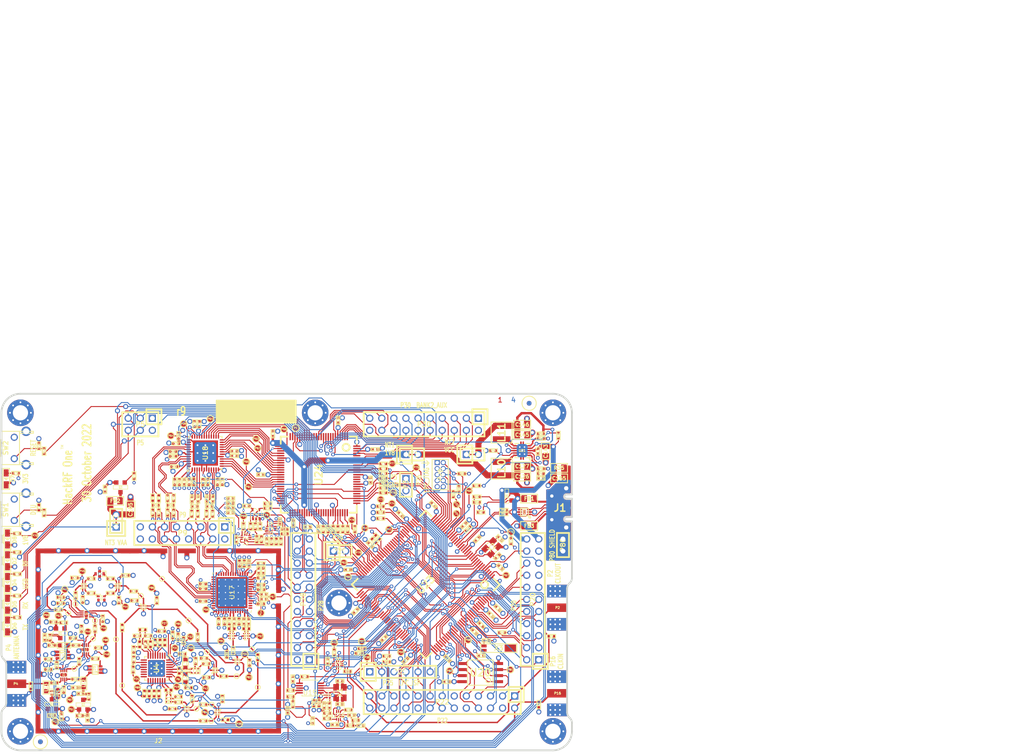
<source format=kicad_pcb>
(kicad_pcb (version 20211014) (generator pcbnew)

  (general
    (thickness 1.6116)
  )

  (paper "USLegal")
  (title_block
    (title "HackRF One")
    (date "2022-10-30")
    (rev "r9")
    (company "Copyright 2012-2022 Great Scott Gadgets")
    (comment 1 "Licensed under the CERN-OHL-P v2")
  )

  (layers
    (0 "F.Cu" signal "C1F")
    (1 "In1.Cu" signal "C2")
    (2 "In2.Cu" signal "C3")
    (31 "B.Cu" signal "C4B")
    (32 "B.Adhes" user "B.Adhesive")
    (33 "F.Adhes" user "F.Adhesive")
    (34 "B.Paste" user)
    (35 "F.Paste" user)
    (36 "B.SilkS" user "B.Silkscreen")
    (37 "F.SilkS" user "F.Silkscreen")
    (38 "B.Mask" user)
    (39 "F.Mask" user)
    (41 "Cmts.User" user "User.Comments")
    (44 "Edge.Cuts" user)
    (45 "Margin" user)
    (46 "B.CrtYd" user "B.Courtyard")
    (47 "F.CrtYd" user "F.Courtyard")
    (49 "F.Fab" user)
  )

  (setup
    (stackup
      (layer "F.SilkS" (type "Top Silk Screen") (color "White"))
      (layer "F.Paste" (type "Top Solder Paste"))
      (layer "F.Mask" (type "Top Solder Mask") (color "Green") (thickness 0.0127) (material "LPI") (epsilon_r 3.8) (loss_tangent 0))
      (layer "F.Cu" (type "copper") (thickness 0.035))
      (layer "dielectric 1" (type "prepreg") (thickness 0.2104) (material "7628") (epsilon_r 4.6) (loss_tangent 0))
      (layer "In1.Cu" (type "copper") (thickness 0.0152))
      (layer "dielectric 2" (type "core") (thickness 1.065) (material "7628") (epsilon_r 4.6) (loss_tangent 0))
      (layer "In2.Cu" (type "copper") (thickness 0.0152))
      (layer "dielectric 3" (type "prepreg") (thickness 0.2104) (material "7628") (epsilon_r 4.6) (loss_tangent 0))
      (layer "B.Cu" (type "copper") (thickness 0.035))
      (layer "B.Mask" (type "Bottom Solder Mask") (color "Green") (thickness 0.0127) (material "LPI") (epsilon_r 3.8) (loss_tangent 0))
      (layer "B.Paste" (type "Bottom Solder Paste"))
      (layer "B.SilkS" (type "Bottom Silk Screen") (color "White"))
      (copper_finish "ENIG")
      (dielectric_constraints yes)
    )
    (pad_to_mask_clearance 0.05)
    (pad_to_paste_clearance_ratio -0.12)
    (pcbplotparams
      (layerselection 0x00010e8_ffffffff)
      (disableapertmacros false)
      (usegerberextensions true)
      (usegerberattributes false)
      (usegerberadvancedattributes true)
      (creategerberjobfile false)
      (svguseinch false)
      (svgprecision 6)
      (excludeedgelayer true)
      (plotframeref false)
      (viasonmask false)
      (mode 1)
      (useauxorigin false)
      (hpglpennumber 1)
      (hpglpenspeed 20)
      (hpglpendiameter 15.000000)
      (dxfpolygonmode true)
      (dxfimperialunits true)
      (dxfusepcbnewfont true)
      (psnegative false)
      (psa4output false)
      (plotreference false)
      (plotvalue false)
      (plotinvisibletext false)
      (sketchpadsonfab false)
      (subtractmaskfromsilk false)
      (outputformat 1)
      (mirror false)
      (drillshape 0)
      (scaleselection 1)
      (outputdirectory "gerbers")
    )
  )

  (net 0 "")
  (net 1 "!MIX_BYPASS")
  (net 2 "!RX_AMP_PWR")
  (net 3 "!TX_AMP_PWR")
  (net 4 "!VAA_ENABLE")
  (net 5 "/Front End/RX_AMP_OUT")
  (net 6 "/Front End/RX_AMP_IN")
  (net 7 "/Front End/TX_AMP_IN")
  (net 8 "/Front End/TX_AMP_OUT")
  (net 9 "/Front End/REF_IN")
  (net 10 "/Baseband/TXBBQ-")
  (net 11 "/Baseband/TXBBQ+")
  (net 12 "/Baseband/TXBBI+")
  (net 13 "/Baseband/TXBBI-")
  (net 14 "/Baseband/COM")
  (net 15 "/Baseband/REFN")
  (net 16 "/Baseband/REFP")
  (net 17 "/Baseband/IA+")
  (net 18 "/Baseband/IA-")
  (net 19 "/Baseband/QA-")
  (net 20 "/Baseband/QA+")
  (net 21 "/Baseband/CPOUT-")
  (net 22 "/Baseband/CPOUT+")
  (net 23 "XCVR_CLK")
  (net 24 "/Baseband/XTAL2")
  (net 25 "/Microcontroller, CPLD, USB, Power/RTCX1")
  (net 26 "/Microcontroller, CPLD, USB, Power/REG_OUT2")
  (net 27 "/Microcontroller, CPLD, USB, Power/VBAT")
  (net 28 "/Microcontroller, CPLD, USB, Power/VIN")
  (net 29 "/Microcontroller, CPLD, USB, Power/REG_OUT1")
  (net 30 "/Microcontroller, CPLD, USB, Power/USB_SHIELD")
  (net 31 "/Microcontroller, CPLD, USB, Power/XTAL1")
  (net 32 "/Microcontroller, CPLD, USB, Power/XTAL2")
  (net 33 "/Microcontroller, CPLD, USB, Power/RTCX2")
  (net 34 "/Clock/XB")
  (net 35 "/Clock/XA")
  (net 36 "/Microcontroller, CPLD, USB, Power/VBUS")
  (net 37 "/Microcontroller, CPLD, USB, Power/LED1")
  (net 38 "/Microcontroller, CPLD, USB, Power/LED2")
  (net 39 "/Microcontroller, CPLD, USB, Power/LED3")
  (net 40 "/Baseband/RXBBQ-")
  (net 41 "/Baseband/RXBBI-")
  (net 42 "/Baseband/RXBBQ+")
  (net 43 "/Baseband/RXBBI+")
  (net 44 "!ANT_BIAS")
  (net 45 "/Baseband/XCVR_CLKOUT")
  (net 46 "/Microcontroller, CPLD, USB, Power/RTC_ALARM")
  (net 47 "/Microcontroller, CPLD, USB, Power/WAKEUP")
  (net 48 "/Microcontroller, CPLD, USB, Power/GPIO3_8")
  (net 49 "/Microcontroller, CPLD, USB, Power/GPIO3_9")
  (net 50 "/Microcontroller, CPLD, USB, Power/GPIO3_10")
  (net 51 "/Microcontroller, CPLD, USB, Power/GPIO3_11")
  (net 52 "/Microcontroller, CPLD, USB, Power/GPIO3_12")
  (net 53 "/Microcontroller, CPLD, USB, Power/GPIO3_13")
  (net 54 "/Microcontroller, CPLD, USB, Power/GPIO3_14")
  (net 55 "/Microcontroller, CPLD, USB, Power/GPIO3_15")
  (net 56 "/Microcontroller, CPLD, USB, Power/ADC0_6")
  (net 57 "/Microcontroller, CPLD, USB, Power/ADC0_2")
  (net 58 "/Microcontroller, CPLD, USB, Power/VBUSCTRL")
  (net 59 "/Microcontroller, CPLD, USB, Power/ADC0_5")
  (net 60 "/Microcontroller, CPLD, USB, Power/ADC0_0")
  (net 61 "/Microcontroller, CPLD, USB, Power/RESET")
  (net 62 "/Microcontroller, CPLD, USB, Power/I2C1_SCL")
  (net 63 "/Microcontroller, CPLD, USB, Power/I2C1_SDA")
  (net 64 "/Microcontroller, CPLD, USB, Power/SPIFI_CIPO")
  (net 65 "/Microcontroller, CPLD, USB, Power/SPIFI_SCK")
  (net 66 "/Microcontroller, CPLD, USB, Power/SPIFI_COPI")
  (net 67 "/Microcontroller, CPLD, USB, Power/I2S0_RX_SCK")
  (net 68 "/Microcontroller, CPLD, USB, Power/I2S0_RX_SDA")
  (net 69 "/Microcontroller, CPLD, USB, Power/I2S0_RX_MCLK")
  (net 70 "/Microcontroller, CPLD, USB, Power/I2S0_RX_WS")
  (net 71 "/Microcontroller, CPLD, USB, Power/I2S0_TX_SCK")
  (net 72 "/Microcontroller, CPLD, USB, Power/I2S0_TX_MCLK")
  (net 73 "/Microcontroller, CPLD, USB, Power/U0_RXD")
  (net 74 "/Microcontroller, CPLD, USB, Power/U0_TXD")
  (net 75 "/Microcontroller, CPLD, USB, Power/P2_9")
  (net 76 "/Microcontroller, CPLD, USB, Power/P2_13")
  (net 77 "/Microcontroller, CPLD, USB, Power/P2_8")
  (net 78 "/Microcontroller, CPLD, USB, Power/DBGEN")
  (net 79 "/Microcontroller, CPLD, USB, Power/TMS")
  (net 80 "/Microcontroller, CPLD, USB, Power/TCK")
  (net 81 "/Microcontroller, CPLD, USB, Power/TDO")
  (net 82 "/Microcontroller, CPLD, USB, Power/TDI")
  (net 83 "/Microcontroller, CPLD, USB, Power/SD_CD")
  (net 84 "/Microcontroller, CPLD, USB, Power/SD_DAT3")
  (net 85 "/Microcontroller, CPLD, USB, Power/SD_DAT2")
  (net 86 "/Microcontroller, CPLD, USB, Power/SD_DAT1")
  (net 87 "/Microcontroller, CPLD, USB, Power/SD_DAT0")
  (net 88 "/Microcontroller, CPLD, USB, Power/SD_VOLT0")
  (net 89 "/Microcontroller, CPLD, USB, Power/SD_CMD")
  (net 90 "/Microcontroller, CPLD, USB, Power/SD_POW")
  (net 91 "/Microcontroller, CPLD, USB, Power/SD_CLK")
  (net 92 "/Microcontroller, CPLD, USB, Power/B1AUX14")
  (net 93 "/Microcontroller, CPLD, USB, Power/B1AUX13")
  (net 94 "/Microcontroller, CPLD, USB, Power/CPLD_TCK")
  (net 95 "/Microcontroller, CPLD, USB, Power/BANK2F3M2")
  (net 96 "/Microcontroller, CPLD, USB, Power/CPLD_TDI")
  (net 97 "/Microcontroller, CPLD, USB, Power/BANK2F3M6")
  (net 98 "/Microcontroller, CPLD, USB, Power/BANK2F3M12")
  (net 99 "/Microcontroller, CPLD, USB, Power/BANK2F3M4")
  (net 100 "/Microcontroller, CPLD, USB, Power/CPLD_TMS")
  (net 101 "/Microcontroller, CPLD, USB, Power/CPLD_TDO")
  (net 102 "/Microcontroller, CPLD, USB, Power/B2AUX16")
  (net 103 "/Microcontroller, CPLD, USB, Power/B2AUX15")
  (net 104 "/Microcontroller, CPLD, USB, Power/B2AUX14")
  (net 105 "/Microcontroller, CPLD, USB, Power/B2AUX13")
  (net 106 "/Microcontroller, CPLD, USB, Power/B2AUX12")
  (net 107 "/Microcontroller, CPLD, USB, Power/B2AUX11")
  (net 108 "/Microcontroller, CPLD, USB, Power/B2AUX10")
  (net 109 "/Microcontroller, CPLD, USB, Power/B2AUX9")
  (net 110 "/Microcontroller, CPLD, USB, Power/B2AUX8")
  (net 111 "/Microcontroller, CPLD, USB, Power/B2AUX7")
  (net 112 "/Microcontroller, CPLD, USB, Power/B2AUX6")
  (net 113 "/Microcontroller, CPLD, USB, Power/B2AUX5")
  (net 114 "/Microcontroller, CPLD, USB, Power/B2AUX4")
  (net 115 "/Microcontroller, CPLD, USB, Power/B2AUX3")
  (net 116 "/Microcontroller, CPLD, USB, Power/B2AUX2")
  (net 117 "/Microcontroller, CPLD, USB, Power/B2AUX1")
  (net 118 "/Microcontroller, CPLD, USB, Power/GCK0")
  (net 119 "/Microcontroller, CPLD, USB, Power/SPIFI_CS")
  (net 120 "/Microcontroller, CPLD, USB, Power/VREGMODE")
  (net 121 "/Microcontroller, CPLD, USB, Power/EN1V8")
  (net 122 "/Microcontroller, CPLD, USB, Power/SGPIO0")
  (net 123 "/Microcontroller, CPLD, USB, Power/SGPIO7")
  (net 124 "/Microcontroller, CPLD, USB, Power/SGPIO9")
  (net 125 "/Microcontroller, CPLD, USB, Power/SGPIO10")
  (net 126 "/Microcontroller, CPLD, USB, Power/SGPIO11")
  (net 127 "/Microcontroller, CPLD, USB, Power/SPIFI_SIO2")
  (net 128 "/Microcontroller, CPLD, USB, Power/SPIFI_SIO3")
  (net 129 "/Baseband/QD+")
  (net 130 "/Baseband/QD-")
  (net 131 "/Baseband/ID-")
  (net 132 "/Baseband/ID+")
  (net 133 "/Clock/CLK0")
  (net 134 "Net-(C169-Pad2)")
  (net 135 "/Microcontroller, CPLD, USB, Power/DP")
  (net 136 "/Microcontroller, CPLD, USB, Power/DM")
  (net 137 "/Microcontroller, CPLD, USB, Power/RREF")
  (net 138 "/Microcontroller, CPLD, USB, Power/BANK2F3M1")
  (net 139 "/Microcontroller, CPLD, USB, Power/TRIGGER_EN")
  (net 140 "/Microcontroller, CPLD, USB, Power/BANK2F3M3")
  (net 141 "/Microcontroller, CPLD, USB, Power/SGPIO14")
  (net 142 "/Microcontroller, CPLD, USB, Power/SGPIO1")
  (net 143 "/Microcontroller, CPLD, USB, Power/BANK2F3M5")
  (net 144 "/Microcontroller, CPLD, USB, Power/SGPIO15")
  (net 145 "/Microcontroller, CPLD, USB, Power/BANK2F3M7")
  (net 146 "/Microcontroller, CPLD, USB, Power/BANK2F3M8")
  (net 147 "/Microcontroller, CPLD, USB, Power/SGPIO2")
  (net 148 "/Microcontroller, CPLD, USB, Power/BANK2F3M9")
  (net 149 "/Microcontroller, CPLD, USB, Power/SGPIO3")
  (net 150 "/Microcontroller, CPLD, USB, Power/BANK2F3M10")
  (net 151 "/Microcontroller, CPLD, USB, Power/BANK2F3M11")
  (net 152 "/Microcontroller, CPLD, USB, Power/SGPIO12")
  (net 153 "/Microcontroller, CPLD, USB, Power/SGPIO4")
  (net 154 "/Microcontroller, CPLD, USB, Power/BANK2F3M14")
  (net 155 "/Microcontroller, CPLD, USB, Power/SGPIO5")
  (net 156 "/Microcontroller, CPLD, USB, Power/BANK2F3M15")
  (net 157 "/Microcontroller, CPLD, USB, Power/SGPIO6")
  (net 158 "AMP_BYPASS")
  (net 159 "CLKIN")
  (net 160 "CLKOUT")
  (net 161 "CS_AD")
  (net 162 "CS_XCVR")
  (net 163 "DA0")
  (net 164 "DA1")
  (net 165 "DA2")
  (net 166 "DA3")
  (net 167 "DA4")
  (net 168 "DA5")
  (net 169 "DA6")
  (net 170 "DA7")
  (net 171 "DD0")
  (net 172 "DD1")
  (net 173 "DD2")
  (net 174 "DD3")
  (net 175 "DD4")
  (net 176 "DD5")
  (net 177 "DD6")
  (net 178 "DD7")
  (net 179 "DD8")
  (net 180 "DD9")
  (net 181 "GCK1")
  (net 182 "GCK2")
  (net 183 "GND")
  (net 184 "HP")
  (net 185 "LP")
  (net 186 "MCU_CLK")
  (net 187 "MIXER_ENX")
  (net 188 "MIXER_RESETX")
  (net 189 "MIXER_SCLK")
  (net 190 "MIXER_SDATA")
  (net 191 "MIX_BYPASS")
  (net 192 "MIX_CLK")
  (net 193 "RSSI")
  (net 194 "RX")
  (net 195 "RX_AMP")
  (net 196 "RX_IF")
  (net 197 "RX_MIX_BP")
  (net 198 "SCL")
  (net 199 "SDA")
  (net 200 "SGPIO_CLK")
  (net 201 "SSP1_CIPO")
  (net 202 "SSP1_COPI")
  (net 203 "SSP1_SCK")
  (net 204 "TX_AMP")
  (net 205 "TX_IF")
  (net 206 "TX_MIX_BP")
  (net 207 "VAA")
  (net 208 "VCC")
  (net 209 "XCVR_EN")
  (net 210 "Net-(C8-Pad2)")
  (net 211 "Net-(C9-Pad2)")
  (net 212 "Net-(C9-Pad1)")
  (net 213 "Net-(C12-Pad1)")
  (net 214 "Net-(C13-Pad1)")
  (net 215 "Net-(C14-Pad2)")
  (net 216 "Net-(C14-Pad1)")
  (net 217 "Net-(C15-Pad2)")
  (net 218 "Net-(C17-Pad2)")
  (net 219 "Net-(C17-Pad1)")
  (net 220 "Net-(C18-Pad2)")
  (net 221 "Net-(C18-Pad1)")
  (net 222 "Net-(C20-Pad2)")
  (net 223 "Net-(C20-Pad1)")
  (net 224 "Net-(C21-Pad2)")
  (net 225 "Net-(C21-Pad1)")
  (net 226 "Net-(C23-Pad2)")
  (net 227 "Net-(C23-Pad1)")
  (net 228 "Net-(C25-Pad1)")
  (net 229 "Net-(C26-Pad2)")
  (net 230 "Net-(C26-Pad1)")
  (net 231 "Net-(C27-Pad2)")
  (net 232 "Net-(C27-Pad1)")
  (net 233 "Net-(C28-Pad2)")
  (net 234 "Net-(C28-Pad1)")
  (net 235 "Net-(C31-Pad2)")
  (net 236 "Net-(C31-Pad1)")
  (net 237 "Net-(C32-Pad2)")
  (net 238 "Net-(C32-Pad1)")
  (net 239 "Net-(C43-Pad2)")
  (net 240 "Net-(C43-Pad1)")
  (net 241 "Net-(C44-Pad2)")
  (net 242 "Net-(C44-Pad1)")
  (net 243 "Net-(C46-Pad2)")
  (net 244 "Net-(C46-Pad1)")
  (net 245 "Net-(C48-Pad1)")
  (net 246 "Net-(C49-Pad2)")
  (net 247 "Net-(C50-Pad1)")
  (net 248 "Net-(C51-Pad2)")
  (net 249 "Net-(C51-Pad1)")
  (net 250 "Net-(C163-Pad2)")
  (net 251 "Net-(C58-Pad2)")
  (net 252 "Net-(C59-Pad2)")
  (net 253 "Net-(C61-Pad2)")
  (net 254 "Net-(C61-Pad1)")
  (net 255 "Net-(C62-Pad2)")
  (net 256 "Net-(C64-Pad2)")
  (net 257 "Net-(C64-Pad1)")
  (net 258 "Net-(C99-Pad2)")
  (net 259 "Net-(C99-Pad1)")
  (net 260 "Net-(C102-Pad2)")
  (net 261 "Net-(C102-Pad1)")
  (net 262 "Net-(C104-Pad2)")
  (net 263 "Net-(C104-Pad1)")
  (net 264 "Net-(C105-Pad1)")
  (net 265 "Net-(C106-Pad1)")
  (net 266 "Net-(C111-Pad2)")
  (net 267 "Net-(C111-Pad1)")
  (net 268 "Net-(C114-Pad2)")
  (net 269 "Net-(C114-Pad1)")
  (net 270 "Net-(C125-Pad2)")
  (net 271 "Net-(C160-Pad1)")
  (net 272 "Net-(D2-Pad2)")
  (net 273 "Net-(D4-Pad2)")
  (net 274 "Net-(D5-Pad2)")
  (net 275 "Net-(D6-Pad2)")
  (net 276 "Net-(D7-Pad2)")
  (net 277 "Net-(D8-Pad2)")
  (net 278 "Net-(FB1-Pad1)")
  (net 279 "Net-(FB2-Pad1)")
  (net 280 "Net-(FB3-Pad1)")
  (net 281 "Net-(J1-Pad3)")
  (net 282 "Net-(J1-Pad2)")
  (net 283 "Net-(L1-Pad2)")
  (net 284 "Net-(L1-Pad1)")
  (net 285 "Net-(L2-Pad1)")
  (net 286 "Net-(L3-Pad1)")
  (net 287 "Net-(L10-Pad1)")
  (net 288 "Net-(L11-Pad2)")
  (net 289 "Net-(D10-Pad1)")
  (net 290 "Net-(P6-Pad1)")
  (net 291 "Net-(P19-Pad1)")
  (net 292 "Net-(R4-Pad2)")
  (net 293 "Net-(R30-Pad2)")
  (net 294 "Net-(R19-Pad2)")
  (net 295 "Net-(R51-Pad1)")
  (net 296 "Net-(R52-Pad2)")
  (net 297 "Net-(R55-Pad2)")
  (net 298 "/Microcontroller, CPLD, USB, Power/BANK2F3M16")
  (net 299 "+1V8")
  (net 300 "unconnected-(P25-Pad3)")
  (net 301 "unconnected-(P26-Pad7)")
  (net 302 "unconnected-(U4-Pad1)")
  (net 303 "unconnected-(U4-Pad2)")
  (net 304 "unconnected-(U4-Pad3)")
  (net 305 "unconnected-(U4-Pad11)")
  (net 306 "unconnected-(U4-Pad13)")
  (net 307 "unconnected-(U4-Pad14)")
  (net 308 "unconnected-(U4-Pad17)")
  (net 309 "unconnected-(U4-Pad18)")
  (net 310 "unconnected-(U4-Pad20)")
  (net 311 "unconnected-(U4-Pad21)")
  (net 312 "unconnected-(U9-Pad2)")
  (net 313 "unconnected-(U12-Pad2)")
  (net 314 "unconnected-(U14-Pad2)")
  (net 315 "unconnected-(U15-Pad4)")
  (net 316 "unconnected-(U15-Pad6)")
  (net 317 "unconnected-(U17-Pad3)")
  (net 318 "unconnected-(U17-Pad43)")
  (net 319 "unconnected-(U17-Pad9)")
  (net 320 "unconnected-(U17-Pad12)")
  (net 321 "unconnected-(U17-Pad40)")
  (net 322 "unconnected-(U18-Pad38)")
  (net 323 "Net-(C117-Pad1)")
  (net 324 "unconnected-(U23-Pad89)")
  (net 325 "unconnected-(U23-Pad90)")
  (net 326 "unconnected-(U24-Pad14)")
  (net 327 "unconnected-(U24-Pad15)")
  (net 328 "unconnected-(U24-Pad16)")
  (net 329 "unconnected-(U24-Pad20)")
  (net 330 "unconnected-(U24-Pad25)")
  (net 331 "unconnected-(U24-Pad44)")
  (net 332 "unconnected-(U24-Pad46)")
  (net 333 "unconnected-(U24-Pad49)")
  (net 334 "unconnected-(U24-Pad50)")
  (net 335 "unconnected-(U24-Pad52)")
  (net 336 "unconnected-(U24-Pad53)")
  (net 337 "unconnected-(U24-Pad54)")
  (net 338 "unconnected-(U24-Pad58)")
  (net 339 "unconnected-(U24-Pad59)")
  (net 340 "unconnected-(U24-Pad60)")
  (net 341 "unconnected-(U24-Pad63)")
  (net 342 "unconnected-(U24-Pad65)")
  (net 343 "unconnected-(U24-Pad66)")
  (net 344 "unconnected-(U24-Pad68)")
  (net 345 "unconnected-(U24-Pad73)")
  (net 346 "unconnected-(U24-Pad75)")
  (net 347 "unconnected-(U24-Pad80)")
  (net 348 "unconnected-(U24-Pad82)")
  (net 349 "unconnected-(U24-Pad85)")
  (net 350 "unconnected-(U24-Pad86)")
  (net 351 "unconnected-(U24-Pad87)")
  (net 352 "unconnected-(U24-Pad93)")
  (net 353 "unconnected-(U24-Pad95)")
  (net 354 "unconnected-(U24-Pad96)")
  (net 355 "Net-(D10-Pad2)")
  (net 356 "Net-(C117-Pad2)")
  (net 357 "CLKOUT_EN")
  (net 358 "MCU_CLK_EN")
  (net 359 "Net-(R32-Pad2)")
  (net 360 "Net-(R33-Pad2)")
  (net 361 "Net-(R34-Pad2)")
  (net 362 "CLKIN_DETECT")
  (net 363 "Net-(R38-Pad1)")
  (net 364 "Net-(R39-Pad2)")
  (net 365 "Net-(R44-Pad2)")
  (net 366 "AD_CLK")
  (net 367 "Net-(C172-Pad2)")
  (net 368 "CLKIN_EN")
  (net 369 "FSX2_CLK")
  (net 370 "/Clock/CLK2")
  (net 371 "/Clock/CLK1")
  (net 372 "unconnected-(U4-Pad16)")
  (net 373 "unconnected-(U4-Pad9)")
  (net 374 "/Microcontroller, CPLD, USB, Power/TRST")
  (net 375 "/Microcontroller, CPLD, USB, Power/ID")
  (net 376 "/Microcontroller, CPLD, USB, Power/VBUS_DETECT")
  (net 377 "Net-(C159-Pad2)")
  (net 378 "XCVR_RXTX")
  (net 379 "unconnected-(U17-Pad44)")
  (net 380 "unconnected-(U17-Pad10)")
  (net 381 "unconnected-(U17-Pad15)")
  (net 382 "unconnected-(U17-Pad16)")
  (net 383 "unconnected-(U17-Pad17)")
  (net 384 "unconnected-(U17-Pad23)")
  (net 385 "unconnected-(U17-Pad45)")
  (net 386 "unconnected-(U17-Pad46)")
  (net 387 "unconnected-(U17-Pad55)")
  (net 388 "unconnected-(U17-Pad56)")
  (net 389 "unconnected-(U17-Pad41)")
  (net 390 "unconnected-(U17-Pad42)")
  (net 391 "unconnected-(U4-Pad15)")
  (net 392 "Net-(Q1-Pad3)")
  (net 393 "Net-(Q2-Pad3)")
  (net 394 "Net-(R31-Pad2)")
  (net 395 "Net-(R83-Pad1)")
  (net 396 "Net-(R84-Pad2)")
  (net 397 "Net-(R101-Pad1)")
  (net 398 "Net-(R103-Pad2)")
  (net 399 "Net-(R102-Pad1)")
  (net 400 "Net-(R107-Pad2)")

  (footprint "gsg-modules:LTST-S220" (layer "F.Cu") (at 61.27 148.838 -90))

  (footprint "gsg-modules:LTST-S220" (layer "F.Cu") (at 61.27 139.694 -90))

  (footprint "gsg-modules:LTST-S220" (layer "F.Cu") (at 61.27 130.55 -90))

  (footprint "gsg-modules:LTST-S220" (layer "F.Cu") (at 61.27 144.266 -90))

  (footprint "gsg-modules:LTST-S220" (layer "F.Cu") (at 61.27 135.122 -90))

  (footprint "GSG-TESTPOINT-30MIL-MASKONLY" (layer "F.Cu") (at 89.31402 142.49908))

  (footprint "GSG-TESTPOINT-30MIL-MASKONLY" (layer "F.Cu") (at 84.1046 151.6574))

  (footprint "GSG-TESTPOINT-30MIL-MASKONLY" (layer "F.Cu") (at 75.57516 144.21358))

  (footprint "GSG-TESTPOINT-30MIL-MASKONLY" (layer "F.Cu") (at 74.0537 146.1516))

  (footprint "GSG-TESTPOINT-30MIL-MASKONLY" (layer "F.Cu") (at 93.782 138.932))

  (footprint "GSG-TESTPOINT-30MIL-MASKONLY" (layer "F.Cu") (at 85.4 161.3602))

  (footprint "GSG-TESTPOINT-30MIL-MASKONLY" (layer "F.Cu") (at 75.33894 157.8483))

  (footprint "GSG-TESTPOINT-30MIL-MASKONLY" (layer "F.Cu") (at 79.28 151.506))

  (footprint "GSG-TESTPOINT-30MIL-MASKONLY" (layer "F.Cu") (at 113.919 161.74974))

  (footprint "GSG-TESTPOINT-30MIL-MASKONLY" (layer "F.Cu") (at 104.11206 168.79824))

  (footprint "GSG-TESTPOINT-30MIL-MASKONLY" (layer "F.Cu") (at 104.25176 165.37432))

  (footprint "GSG-TESTPOINT-30MIL-MASKONLY" (layer "F.Cu") (at 101.0158 166.26332))

  (footprint "GSG-TESTPOINT-30MIL-MASKONLY" (layer "F.Cu") (at 79.6671 147.71116))

  (footprint "GSG-TESTPOINT-30MIL-MASKONLY" (layer "F.Cu") (at 109.47654 159.42564))

  (footprint "GSG-TESTPOINT-30MIL-MASKONLY" (layer "F.Cu") (at 99.36226 147.6883))

  (footprint "GSG-TESTPOINT-30MIL-MASKONLY" (layer "F.Cu") (at 103.23068 154.2796))

  (footprint "GSG-TESTPOINT-30MIL-MASKONLY" (layer "F.Cu") (at 112.71504 153.71064))

  (footprint "gsg-modules:LTST-S220" (layer "F.Cu") (at 61 117.9 -90))

  (footprint "GSG-MARK1MM" (layer "F.Cu") (at 171 102))

  (footprint "hackrf:GSG-0402" (layer "F.Cu") (at 91.0964 163.0468 -90))

  (footprint "hackrf:GSG-0402" (layer "F.Cu") (at 90.0804 163.0468 -90))

  (footprint "hackrf:GSG-0402" (layer "F.Cu") (at 93.1284 163.0468 -90))

  (footprint "hackrf:GSG-0402" (layer "F.Cu") (at 92.1124 163.0468 -90))

  (footprint "hackrf:GSG-0402" (layer "F.Cu") (at 92.341 152.328 90))

  (footprint "hackrf:GSG-0402" (layer "F.Cu") (at 93.357 152.328 90))

  (footprint "hackrf:GSG-0402" (layer "F.Cu") (at 107.084 168.5762 180))

  (footprint "hackrf:GSG-0402" (layer "F.Cu") (at 113.919 155.448 -90))

  (footprint "hackrf:GSG-0402" (layer "F.Cu") (at 85.4 149.1682 90))

  (footprint "hackrf:GSG-0402" (layer "F.Cu") (at 87.9808 143.4816))

  (footprint "hackrf:GSG-0402" (layer "F.Cu") (at 84.7138 143.4622 90))

  (footprint "hackrf:GSG-0402" (layer "F.Cu") (at 87.7944 153.8266 -90))

  (footprint "hackrf:GSG-0402" (layer "F.Cu") (at 88.5564 150.9056 180))

  (footprint "hackrf:GSG-0402" (layer "F.Cu") (at 90.3344 152.6836 90))

  (footprint "hackrf:GSG-0402" (layer "F.Cu") (at 90.8424 150.9056))

  (footprint "hackrf:GSG-0402" (layer "F.Cu") (at 106.4998 164.1566 90))

  (footprint "hackrf:GSG-0402" (layer "F.Cu") (at 82.9358 141.9382))

  (footprint "hackrf:GSG-0402" (layer "F.Cu") (at 78.8718 141.9382))

  (footprint "hackrf:GSG-0402" (layer "F.Cu") (at 77.0938 143.3352 90))

  (footprint "hackrf:GSG-0402" (layer "F.Cu") (at 87.8078 141.5288))

  (footprint "hackrf:GSG-0402" (layer "F.Cu") (at 102.4382 165.3794 180))

  (footprint "hackrf:GSG-0402" (layer "F.Cu") (at 95.9732 166.2726))

  (footprint "hackrf:GSG-0402" (layer "F.Cu") (at 101.2698 151.1808 90))

  (footprint "hackrf:GSG-0402" (layer "F.Cu") (at 92.6798 143.4816 -90))

  (footprint "hackrf:GSG-0402" (layer "F.Cu") (at 97.1924 163.7326))

  (footprint "hackrf:GSG-0402" (layer "F.Cu") (at 78.8718 138.8902 180))

  (footprint "hackrf:GSG-0402" (layer "F.Cu") (at 82.9358 138.8902))

  (footprint "hackrf:GSG-0402" (layer "F.Cu") (at 97.1924 164.8756))

  (footprint "hackrf:GSG-0402" (layer "F.Cu") (at 75.4174 138.7124 180))

  (footprint "hackrf:GSG-0402" (layer "F.Cu") (at 86.1 138.2))

  (footprint "hackrf:GSG-0402" (layer "F.Cu") (at 75.5952 142.4462 90))

  (footprint "hackrf:GSG-0402" (layer "F.Cu") (at 102.4382 168.8084 180))

  (footprint "hackrf:GSG-0402" (layer "F.Cu") (at 100.1134 164.139 90))

  (footprint "hackrf:GSG-0402" (layer "F.Cu") (at 98.31 151.9216 90))

  (footprint "hackrf:GSG-0402" (layer "F.Cu") (at 97.167 151.1596 90))

  (footprint "hackrf:GSG-0402" (layer "F.Cu") (at 96.024 150.7786 90))

  (footprint "hackrf:GSG-0402" (layer "F.Cu") (at 93.738 149.915 180))

  (footprint "hackrf:GSG-0402" (layer "F.Cu") (at 72.4456 142.8272))

  (footprint "hackrf:GSG-0402" (layer "F.Cu") (at 81.3054 147.3454 90))

  (footprint "hackrf:GSG-0402" (layer "F.Cu") (at 72.4456 144.0718))

  (footprint "hackrf:GSG-0402" (layer "F.Cu") (at 99.326 161.8276))

  (footprint "hackrf:GSG-0402" (layer "F.Cu") (at 98.056 154.7156 180))

  (footprint "hackrf:GSG-0402" (layer "F.Cu") (at 72.009 145.415 180))

  (footprint "hackrf:GSG-0402" (layer "F.Cu") (at 79.6798 149.4282 90))

  (footprint "hackrf:GSG-0402" (layer "F.Cu") (at 102.5906 155.6512))

  (footprint "hackrf:GSG-0402" (layer "F.Cu") (at 103.0478 156.7942 180))

  (footprint "hackrf:GSG-0402" (layer "F.Cu") (at 112.1664 156.5656 90))

  (footprint "hackrf:GSG-0402" (layer "F.Cu") (at 108.7374 154.0002 90))

  (footprint "hackrf:GSG-0402" (layer "F.Cu") (at 100.85 156.2396 -90))

  (footprint "hackrf:GSG-0402" (layer "F.Cu") (at 75.678 152.92))

  (footprint "hackrf:GSG-0402" (layer "F.Cu") (at 106.7414 159.434 180))

  (footprint "hackrf:GSG-0402" (layer "F.Cu") (at 70.598 152.92 180))

  (footprint "hackrf:GSG-0402" (layer "F.Cu") (at 70.9474 147.9998 180))

  (footprint "hackrf:GSG-0402" (layer "F.Cu") (at 103.124 159.6644 180))

  (footprint "hackrf:GSG-0402" (layer "F.Cu") (at 80.377 153.428))

  (footprint "hackrf:GSG-0402" (layer "F.Cu") (at 107.3912 154.8638 90))

  (footprint "hackrf:GSG-0402" (layer "F.Cu") (at 76.835 149.4282 90))

  (footprint "hackrf:GSG-0402" (layer "F.Cu") (at 71.614 157.111 90))

  (footprint "hackrf:GSG-0402" (layer "F.Cu") (at 79.742 155.714))

  (footprint "hackrf:GSG-0402" (layer "F.Cu") (at 75.043 151.396))

  (footprint "hackrf:GSG-0402" (layer "F.Cu") (at 76.3638 156.3236 90))

  (footprint "hackrf:GSG-0402" (layer "F.Cu") (at 75.551 160.032))

  (footprint "hackrf:GSG-0402" (layer "F.Cu") (at 73.0872 162.2418 -90))

  (footprint "hackrf:GSG-0402" (layer "F.Cu") (at 71.13 160.81 180))

  (footprint "hackrf:GSG-0402" (layer "F.Cu") (at 69.836 158))

  (footprint "hackrf:GSG-0402" (layer "F.Cu") (at 69.836 155.841))

  (footprint "hackrf:GSG-0402" (layer "F.Cu") (at 87.7 158 90))

  (footprint "hackrf:GSG-0402" (layer "F.Cu") (at 126.8 165.1 -90))

  (footprint "hackrf:GSG-0402" (layer "F.Cu") (at 125.7 165.1 -90))

  (footprint "hackrf:GSG-0402" (layer "F.Cu") (at 87.8 155.9 90))

  (footprint "hackrf:GSG-0402" (layer "F.Cu") (at 100.4824 118.5578 -90))

  (footprint "hackrf:GSG-0402" (layer "F.Cu") (at 99.4664 118.5578 -90))

  (footprint "hackrf:GSG-0402" (layer "F.Cu") (at 103.4034 118.5578 -90))

  (footprint "hackrf:GSG-0402" (layer "F.Cu") (at 102.3874 118.5578 -90))

  (footprint "hackrf:GSG-0402" (layer "F.Cu") (at 105.4354 118.5578 -90))

  (footprint "hackrf:GSG-0402" (layer "F.Cu") (at 106.4514 118.5578 -90))

  (footprint "hackrf:GSG-0402" (layer "F.Cu") (at 101.6254 106.3658 90))

  (footprint "hackrf:GSG-0402" (layer "F.Cu") (at 100.6094 106.3658 90))

  (footprint "hackrf:GSG-0402" (layer "F.Cu") (at 96.7359 110.4933 180))

  (footprint "hackrf:GSG-0402" (layer "F.Cu") (at 97.2439 108.8423 90))

  (footprint "hackrf:GSG-0402" (layer "F.Cu") (at 96.1009 113.1603 180))

  (footprint "hackrf:GSG-0402" (layer "F.Cu") (at 96.1009 112.1443 180))

  (footprint "hackrf:GSG-0402" (layer "F.Cu")
    (tedit 4FB6CFE4) (tstamp 00000000-0000-0000-0000-00005787e295)
    (at 96.3549 115.3193 180)
    (property "Description" "CAP CER 0.1UF 25V X5R 0402")
    (property "Manufacturer" "Samsung")
    (property "Part Number" "CL05A104KA5NNNC")
    (property "Sheetfile" "baseband.kicad_sch")
    (property "Sheetname" "Baseband")
    (path "/00000000-0000-0000-0000-000050370666/00000000-0000-0000-0000-0000503c49fb")
    (solder_mask_margin 0.1016)
    (attr smd)
    (fp_text reference "C83" (at 0 0 180) (layer "F.SilkS")
      (effects (font (size 0.4 0.4) (thickness 0.1)))
      (tstamp 2e32945c-e50a-463a-89b3-01cbc35d1aaa)
    )
    (fp_text value "100nF" (at 0 0 180) (layer "F.SilkS") hide
      (effects (font (size 0.4 0.4) (thickness 0.1)))
      (tstamp 58bfc305-c360-4d50-9780-d15b814085b1)
    )
    (fp_line (start -0.889 -0.381) (end 0.889 -0.381) (layer "F.SilkS") (width 0.2) (tstamp 51301666-8cc7-4967-8d9e-0981e4021536))
    (fp_line (start -0.889 0.381) (end -0.889 -0.381) (layer "F.SilkS") (width 0.2) (tstamp 5fed0b42-b9d2-4369-a2d1-b342acc77114))
    (fp_line (start 0.889 -0.381) (end 0.889 0.381) (layer "F.SilkS") (width 0.2) (tstamp 91a4d782-d5f6-4be2-afe4-74bf53a645b0))
    (fp_line (start 0.889 0.381) (end -0.889 0.381) (layer "F.SilkS") (width 0.2) (tstamp a4fe1ae4-0d49-411a-a517-9bb27e67a5ee))
    (pad "1" smd rect (at -0.5334 0 180) (size 0.508 0.558
... [4536655 chars truncated]
</source>
